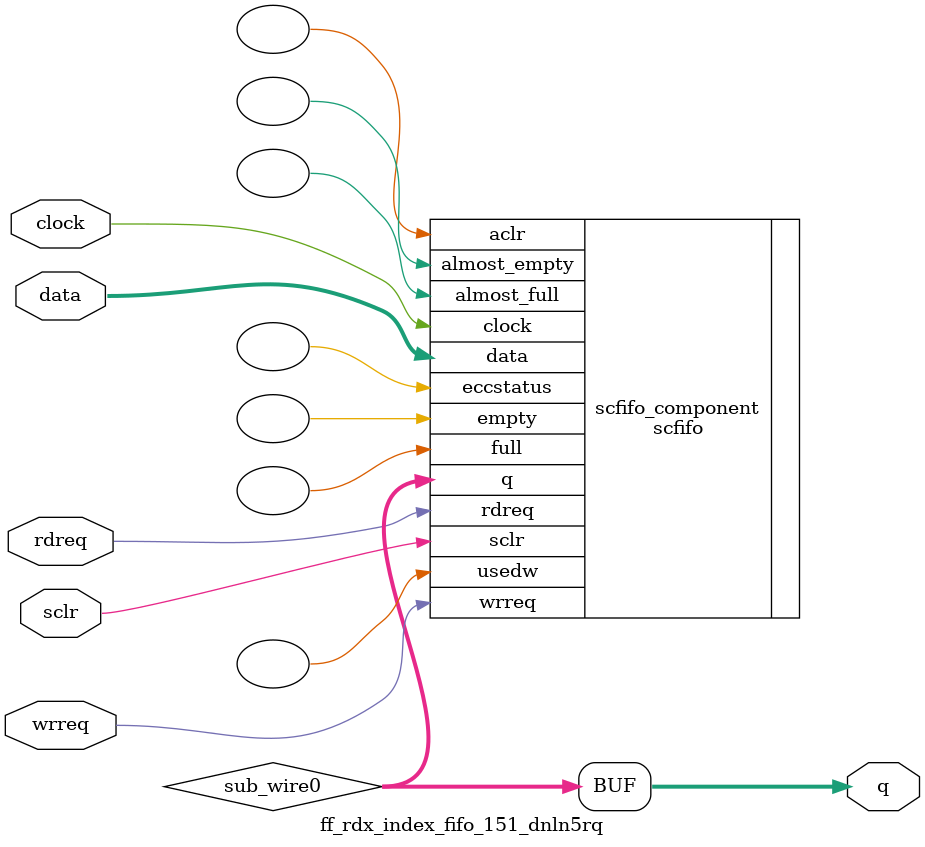
<source format=v>



`timescale 1 ps / 1 ps
// synopsys translate_on
module  ff_rdx_index_fifo_151_dnln5rq  (
    clock,
    data,
    rdreq,
    sclr,
    wrreq,
    q);

    input    clock;
    input  [54:0]  data;
    input    rdreq;
    input    sclr;
    input    wrreq;
    output [54:0]  q;

    wire [54:0] sub_wire0;
    wire [54:0] q = sub_wire0[54:0];

    scfifo  scfifo_component (
                .clock (clock),
                .data (data),
                .rdreq (rdreq),
                .sclr (sclr),
                .wrreq (wrreq),
                .q (sub_wire0),
                .aclr (),
                .almost_empty (),
                .almost_full (),
                .eccstatus (),
                .empty (),
                .full (),
                .usedw ());
    defparam
        scfifo_component.add_ram_output_register  = "OFF",
        scfifo_component.enable_ecc  = "FALSE",
        scfifo_component.intended_device_family  = "Arria 10",
        scfifo_component.lpm_hint  = "DISABLE_DCFIFO_EMBEDDED_TIMING_CONSTRAINT=TRUE",
        scfifo_component.lpm_numwords  = 64,
        scfifo_component.lpm_showahead  = "OFF",
        scfifo_component.lpm_type  = "scfifo",
        scfifo_component.lpm_width  = 55,
        scfifo_component.lpm_widthu  = 6,
        scfifo_component.overflow_checking  = "ON",
        scfifo_component.underflow_checking  = "ON",
        scfifo_component.use_eab  = "ON";


endmodule



</source>
